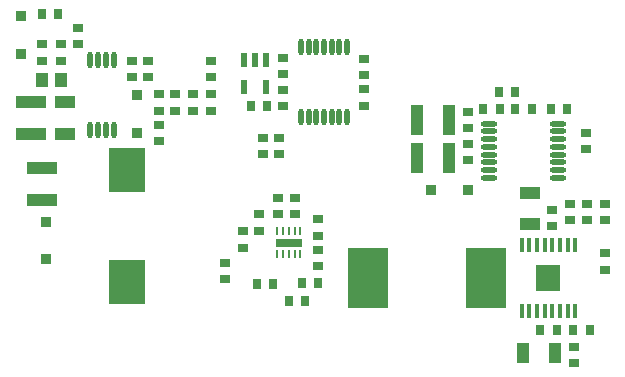
<source format=gbr>
G04 Layer_Color=8421504*
%FSLAX45Y45*%
%MOMM*%
%TF.FileFunction,Paste,Top*%
%TF.Part,Single*%
G01*
G75*
%TA.AperFunction,SMDPad,CuDef*%
%ADD11R,0.30000X1.20000*%
%ADD13O,0.45000X1.40000*%
%ADD14O,1.40000X0.45000*%
%ADD15R,0.60000X1.20000*%
%ADD16R,0.25000X0.75000*%
%ADD19R,0.90000X0.80000*%
%TA.AperFunction,ConnectorPad*%
%ADD20R,0.90000X0.80000*%
%TA.AperFunction,SMDPad,CuDef*%
%ADD21R,0.80000X0.90000*%
%ADD23R,1.00000X1.30000*%
%ADD24R,0.90000X0.95000*%
%ADD25R,0.95000X0.90000*%
%ADD26R,1.10000X2.60000*%
%ADD27R,1.70000X1.10000*%
%ADD28R,1.10000X1.70000*%
%ADD29R,2.60000X1.10000*%
%TA.AperFunction,NonConductor*%
%ADD51R,2.10000X2.30000*%
%TA.AperFunction,SMDPad,CuDef*%
%ADD52R,3.45000X5.10000*%
%ADD53R,2.28000X0.67000*%
%ADD54R,3.10000X3.70000*%
D11*
X15482500Y5400000D02*
D03*
X15547501D02*
D03*
X15612500D02*
D03*
X15677499D02*
D03*
X15742500D02*
D03*
X15807500D02*
D03*
X15872501D02*
D03*
X15937500D02*
D03*
Y4840000D02*
D03*
X15872501D02*
D03*
X15807500D02*
D03*
X15742500D02*
D03*
X15677499D02*
D03*
X15612500D02*
D03*
X15547501D02*
D03*
X15482500D02*
D03*
D13*
X13614999Y6484999D02*
D03*
X13680000D02*
D03*
X13745000D02*
D03*
X13810001D02*
D03*
X13875000D02*
D03*
X13939999D02*
D03*
X14005000D02*
D03*
X13614999Y7074999D02*
D03*
X13680000D02*
D03*
X13745000D02*
D03*
X13810001D02*
D03*
X13875000D02*
D03*
X13939999D02*
D03*
X14005000D02*
D03*
X12027500Y6965000D02*
D03*
X11962500D02*
D03*
X11897500D02*
D03*
X11832500D02*
D03*
X12027500Y6375000D02*
D03*
X11962500D02*
D03*
X11897500D02*
D03*
X11832500D02*
D03*
D14*
X15795000Y5972500D02*
D03*
Y6037500D02*
D03*
Y6102500D02*
D03*
Y6167500D02*
D03*
Y6232500D02*
D03*
Y6297500D02*
D03*
Y6362500D02*
D03*
Y6427500D02*
D03*
X15205000Y5972500D02*
D03*
Y6037500D02*
D03*
Y6102500D02*
D03*
Y6167500D02*
D03*
Y6232500D02*
D03*
Y6297500D02*
D03*
Y6362500D02*
D03*
Y6427500D02*
D03*
D15*
X13320000Y6969999D02*
D03*
X13225000D02*
D03*
X13130000D02*
D03*
Y6739999D02*
D03*
X13320000D02*
D03*
D16*
X13609999Y5517000D02*
D03*
X13560001D02*
D03*
X13509999D02*
D03*
X13459999D02*
D03*
X13409999D02*
D03*
X13609999Y5323000D02*
D03*
X13560001D02*
D03*
X13509999D02*
D03*
X13459999D02*
D03*
X13409999D02*
D03*
D19*
X14150000Y6839999D02*
D03*
Y6979999D02*
D03*
X16039999Y5749999D02*
D03*
Y5609999D02*
D03*
X15930000Y4540000D02*
D03*
Y4400000D02*
D03*
X15889999Y5610000D02*
D03*
Y5750000D02*
D03*
X16030000Y6350000D02*
D03*
Y6210000D02*
D03*
X15030000Y6120000D02*
D03*
Y6260000D02*
D03*
X12850000Y6820000D02*
D03*
Y6960000D02*
D03*
X12320000Y6820000D02*
D03*
Y6960000D02*
D03*
X13560001Y5800000D02*
D03*
Y5660000D02*
D03*
X13120000Y5380000D02*
D03*
Y5520000D02*
D03*
X12410001Y6680000D02*
D03*
Y6540000D02*
D03*
X12850000D02*
D03*
Y6680000D02*
D03*
X13260001Y5660000D02*
D03*
Y5520000D02*
D03*
X11420001Y7100000D02*
D03*
Y6960000D02*
D03*
X12410000Y6280000D02*
D03*
Y6420000D02*
D03*
X12700000Y6540000D02*
D03*
Y6680000D02*
D03*
X11580000Y7100000D02*
D03*
Y6960000D02*
D03*
X12970000Y5250000D02*
D03*
Y5110000D02*
D03*
X14150000Y6719999D02*
D03*
Y6579999D02*
D03*
X13430000Y6170000D02*
D03*
Y6310000D02*
D03*
X13289999Y6170000D02*
D03*
Y6310000D02*
D03*
X15030000Y6530000D02*
D03*
Y6390000D02*
D03*
X15739999Y5560000D02*
D03*
Y5700000D02*
D03*
X13464999Y6845000D02*
D03*
Y6984999D02*
D03*
X13464999Y6714999D02*
D03*
Y6574999D02*
D03*
X12180000Y6820000D02*
D03*
Y6960000D02*
D03*
X13420000Y5800000D02*
D03*
Y5660000D02*
D03*
X12550001Y6680000D02*
D03*
Y6540000D02*
D03*
X11730000Y7240000D02*
D03*
Y7100000D02*
D03*
X13759999Y5220000D02*
D03*
Y5360000D02*
D03*
X13760001Y5619999D02*
D03*
Y5479999D02*
D03*
D20*
X16189999Y5190000D02*
D03*
Y5330000D02*
D03*
Y5610000D02*
D03*
Y5750000D02*
D03*
D21*
X16060001Y4679999D02*
D03*
X15920000D02*
D03*
X15300000Y6549999D02*
D03*
X15160001D02*
D03*
X15430000Y6700000D02*
D03*
X15289999D02*
D03*
X13760001Y5080000D02*
D03*
X13620000D02*
D03*
X11560000Y7360000D02*
D03*
X11420000D02*
D03*
X13239999Y5070000D02*
D03*
X13380000D02*
D03*
X13510001Y4930000D02*
D03*
X13650000D02*
D03*
X15570000Y6549999D02*
D03*
X15430000D02*
D03*
X15730000Y6550000D02*
D03*
X15870000D02*
D03*
X13330000Y6579999D02*
D03*
X13189999D02*
D03*
X15780000Y4679999D02*
D03*
X15639999D02*
D03*
D23*
X11420000Y6800000D02*
D03*
X11580000D02*
D03*
D24*
X15027499Y5870000D02*
D03*
X14712500D02*
D03*
D25*
X11240000Y7022500D02*
D03*
Y7337500D02*
D03*
X11460000Y5597500D02*
D03*
Y5282500D02*
D03*
X12230000Y6667500D02*
D03*
Y6352500D02*
D03*
D26*
X14595000Y6460000D02*
D03*
X14864999D02*
D03*
X14595000Y6140000D02*
D03*
X14864999D02*
D03*
D27*
X15550000Y5844999D02*
D03*
Y5575000D02*
D03*
X11620000Y6345000D02*
D03*
Y6615000D02*
D03*
D28*
X15495000Y4490000D02*
D03*
X15764999D02*
D03*
D29*
X11420000Y6055000D02*
D03*
Y5785000D02*
D03*
X11330000Y6345000D02*
D03*
Y6615000D02*
D03*
D51*
X15710001Y5119999D02*
D03*
D52*
X14182500Y5120000D02*
D03*
X15177499D02*
D03*
D53*
X13509999Y5420000D02*
D03*
D54*
X12140000Y5085000D02*
D03*
Y6035000D02*
D03*
%TF.MD5,e10258ef2348f5a051e9a266ae78be7c*%
M02*

</source>
